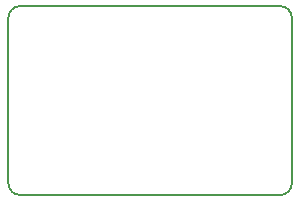
<source format=gbr>
%TF.GenerationSoftware,KiCad,Pcbnew,(5.1.10)-1*%
%TF.CreationDate,2021-08-11T02:03:41+08:00*%
%TF.ProjectId,Pmod-8led,506d6f64-2d38-46c6-9564-2e6b69636164,rev?*%
%TF.SameCoordinates,Original*%
%TF.FileFunction,Profile,NP*%
%FSLAX46Y46*%
G04 Gerber Fmt 4.6, Leading zero omitted, Abs format (unit mm)*
G04 Created by KiCad (PCBNEW (5.1.10)-1) date 2021-08-11 02:03:41*
%MOMM*%
%LPD*%
G01*
G04 APERTURE LIST*
%TA.AperFunction,Profile*%
%ADD10C,0.200000*%
%TD*%
G04 APERTURE END LIST*
D10*
X147595800Y-111732600D02*
G75*
G02*
X146595800Y-110732600I0J1000000D01*
G01*
X169595800Y-95732600D02*
G75*
G02*
X170595800Y-96732600I0J-1000000D01*
G01*
X170595800Y-110732600D02*
X170595800Y-96732600D01*
X170595800Y-110732600D02*
G75*
G02*
X169595800Y-111732600I-1000000J0D01*
G01*
X147595800Y-111732600D02*
X169595800Y-111732600D01*
X146595800Y-96732600D02*
G75*
G02*
X147595800Y-95732600I1000000J0D01*
G01*
X146595800Y-96732600D02*
X146595800Y-110732600D01*
X169595800Y-95732600D02*
X147595800Y-95732600D01*
M02*

</source>
